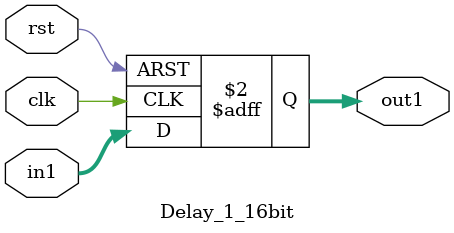
<source format=v>
`timescale 1ns / 1ps


module Delay_1_16bit(
    input signed [15:0] in1,
    input clk,
    input rst,
    output reg signed [15:0] out1
    );
    
    //reg signed LastSample;

    always @(posedge clk or posedge rst) begin
        if(rst) begin
            //LastSample = 0;
            out1 <= 0;
        end
        else begin
            out1 <= in1;
        end
    end
    
endmodule

</source>
